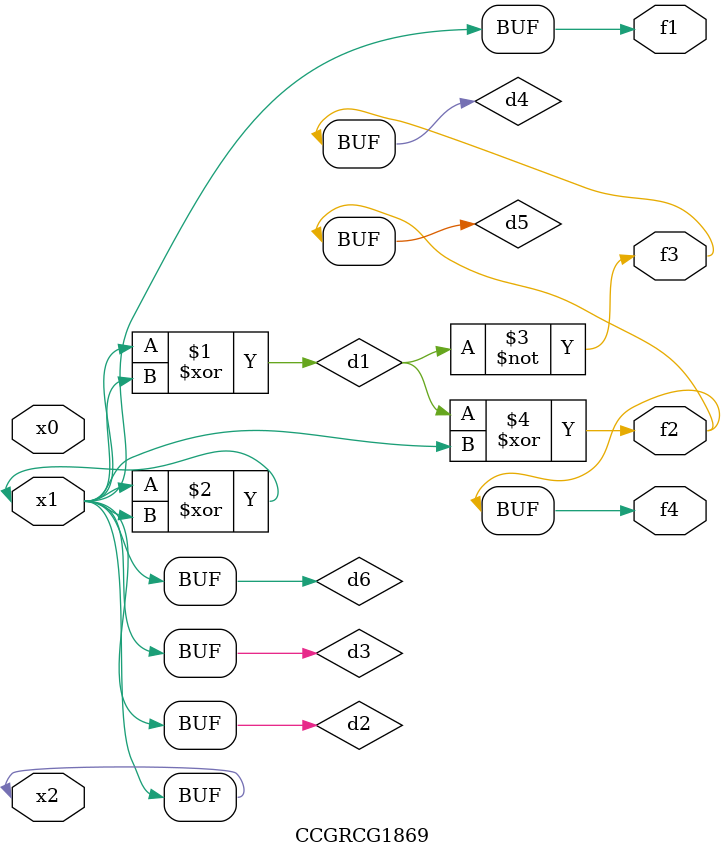
<source format=v>
module CCGRCG1869(
	input x0, x1, x2,
	output f1, f2, f3, f4
);

	wire d1, d2, d3, d4, d5, d6;

	xor (d1, x1, x2);
	buf (d2, x1, x2);
	xor (d3, x1, x2);
	nor (d4, d1);
	xor (d5, d1, d2);
	buf (d6, d2, d3);
	assign f1 = d6;
	assign f2 = d5;
	assign f3 = d4;
	assign f4 = d5;
endmodule

</source>
